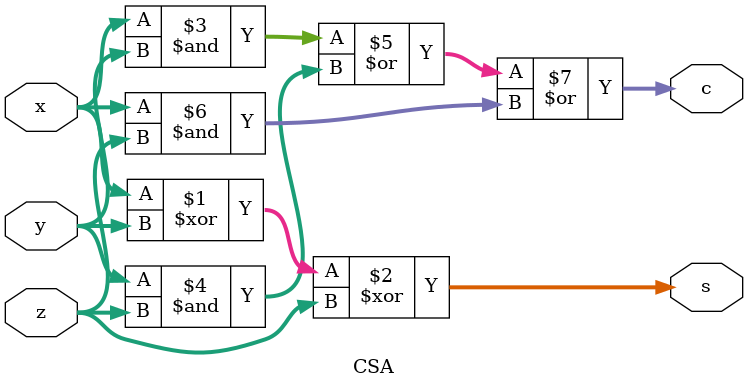
<source format=v>

module CSA  #(parameter N=32) 
(
    input [N-1:0]x,y,z,
    output [N-1:0]s,c  
);

assign s=x^y^z;
assign c=(x&y)| (y&z)| (x&z); 

endmodule //csa and adder

</source>
